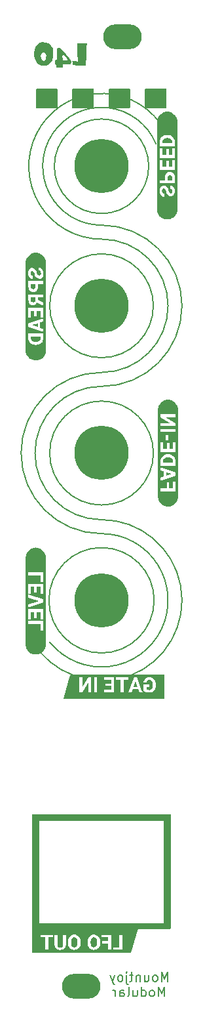
<source format=gbr>
%TF.GenerationSoftware,KiCad,Pcbnew,7.0.6*%
%TF.CreationDate,2023-07-13T17:48:17+01:00*%
%TF.ProjectId,L4O_Panel,4c344f5f-5061-46e6-956c-2e6b69636164,rev?*%
%TF.SameCoordinates,Original*%
%TF.FileFunction,Soldermask,Bot*%
%TF.FilePolarity,Negative*%
%FSLAX46Y46*%
G04 Gerber Fmt 4.6, Leading zero omitted, Abs format (unit mm)*
G04 Created by KiCad (PCBNEW 7.0.6) date 2023-07-13 17:48:17*
%MOMM*%
%LPD*%
G01*
G04 APERTURE LIST*
%ADD10C,0.150000*%
%ADD11C,0.200000*%
%ADD12O,5.000000X3.200000*%
%ADD13C,7.000000*%
G04 APERTURE END LIST*
D10*
X66100000Y-72000000D02*
G75*
G03*
X66100000Y-72000000I-6700000J0D01*
G01*
X66967525Y-48423929D02*
G75*
G03*
X59400000Y-63400000I-7567525J-5576071D01*
G01*
X66442258Y-51142272D02*
G75*
G03*
X59400000Y-61600000I-7042258J-2857728D01*
G01*
X50400000Y-115200000D02*
G75*
G03*
X55890359Y-119727505I8900000J5200000D01*
G01*
X52704073Y-115396717D02*
G75*
G03*
X59400000Y-101400000I6695927J5396717D01*
G01*
X63119532Y-119712110D02*
G75*
G03*
X59400000Y-99600000I-3719532J9712110D01*
G01*
X59400000Y-80600000D02*
G75*
G03*
X59400000Y-63400000I0J8600000D01*
G01*
X59400000Y-82400000D02*
G75*
G03*
X59400000Y-99600000I0J-8600000D01*
G01*
X59400000Y-82400000D02*
G75*
G03*
X59400000Y-61600000I0J10400000D01*
G01*
X59400000Y-80600000D02*
G75*
G03*
X59400000Y-101400000I0J-10400000D01*
G01*
X66200000Y-110000000D02*
G75*
G03*
X66200000Y-110000000I-6800000J0D01*
G01*
X66106713Y-91000000D02*
G75*
G03*
X66106713Y-91000000I-6706713J0D01*
G01*
X65503278Y-54000000D02*
G75*
G03*
X65503278Y-54000000I-6103278J0D01*
G01*
D11*
X67957142Y-159178742D02*
X67957142Y-157978742D01*
X67957142Y-157978742D02*
X67557142Y-158835885D01*
X67557142Y-158835885D02*
X67157142Y-157978742D01*
X67157142Y-157978742D02*
X67157142Y-159178742D01*
X66414285Y-159178742D02*
X66528570Y-159121600D01*
X66528570Y-159121600D02*
X66585713Y-159064457D01*
X66585713Y-159064457D02*
X66642856Y-158950171D01*
X66642856Y-158950171D02*
X66642856Y-158607314D01*
X66642856Y-158607314D02*
X66585713Y-158493028D01*
X66585713Y-158493028D02*
X66528570Y-158435885D01*
X66528570Y-158435885D02*
X66414285Y-158378742D01*
X66414285Y-158378742D02*
X66242856Y-158378742D01*
X66242856Y-158378742D02*
X66128570Y-158435885D01*
X66128570Y-158435885D02*
X66071428Y-158493028D01*
X66071428Y-158493028D02*
X66014285Y-158607314D01*
X66014285Y-158607314D02*
X66014285Y-158950171D01*
X66014285Y-158950171D02*
X66071428Y-159064457D01*
X66071428Y-159064457D02*
X66128570Y-159121600D01*
X66128570Y-159121600D02*
X66242856Y-159178742D01*
X66242856Y-159178742D02*
X66414285Y-159178742D01*
X64985714Y-158378742D02*
X64985714Y-159178742D01*
X65499999Y-158378742D02*
X65499999Y-159007314D01*
X65499999Y-159007314D02*
X65442856Y-159121600D01*
X65442856Y-159121600D02*
X65328571Y-159178742D01*
X65328571Y-159178742D02*
X65157142Y-159178742D01*
X65157142Y-159178742D02*
X65042856Y-159121600D01*
X65042856Y-159121600D02*
X64985714Y-159064457D01*
X64414285Y-158378742D02*
X64414285Y-159178742D01*
X64414285Y-158493028D02*
X64357142Y-158435885D01*
X64357142Y-158435885D02*
X64242857Y-158378742D01*
X64242857Y-158378742D02*
X64071428Y-158378742D01*
X64071428Y-158378742D02*
X63957142Y-158435885D01*
X63957142Y-158435885D02*
X63900000Y-158550171D01*
X63900000Y-158550171D02*
X63900000Y-159178742D01*
X63500000Y-158378742D02*
X63042857Y-158378742D01*
X63328571Y-157978742D02*
X63328571Y-159007314D01*
X63328571Y-159007314D02*
X63271428Y-159121600D01*
X63271428Y-159121600D02*
X63157143Y-159178742D01*
X63157143Y-159178742D02*
X63042857Y-159178742D01*
X62642857Y-158378742D02*
X62642857Y-159407314D01*
X62642857Y-159407314D02*
X62700000Y-159521600D01*
X62700000Y-159521600D02*
X62814286Y-159578742D01*
X62814286Y-159578742D02*
X62871429Y-159578742D01*
X62642857Y-157978742D02*
X62700000Y-158035885D01*
X62700000Y-158035885D02*
X62642857Y-158093028D01*
X62642857Y-158093028D02*
X62585714Y-158035885D01*
X62585714Y-158035885D02*
X62642857Y-157978742D01*
X62642857Y-157978742D02*
X62642857Y-158093028D01*
X61900000Y-159178742D02*
X62014285Y-159121600D01*
X62014285Y-159121600D02*
X62071428Y-159064457D01*
X62071428Y-159064457D02*
X62128571Y-158950171D01*
X62128571Y-158950171D02*
X62128571Y-158607314D01*
X62128571Y-158607314D02*
X62071428Y-158493028D01*
X62071428Y-158493028D02*
X62014285Y-158435885D01*
X62014285Y-158435885D02*
X61900000Y-158378742D01*
X61900000Y-158378742D02*
X61728571Y-158378742D01*
X61728571Y-158378742D02*
X61614285Y-158435885D01*
X61614285Y-158435885D02*
X61557143Y-158493028D01*
X61557143Y-158493028D02*
X61500000Y-158607314D01*
X61500000Y-158607314D02*
X61500000Y-158950171D01*
X61500000Y-158950171D02*
X61557143Y-159064457D01*
X61557143Y-159064457D02*
X61614285Y-159121600D01*
X61614285Y-159121600D02*
X61728571Y-159178742D01*
X61728571Y-159178742D02*
X61900000Y-159178742D01*
X61100000Y-158378742D02*
X60814286Y-159178742D01*
X60528571Y-158378742D02*
X60814286Y-159178742D01*
X60814286Y-159178742D02*
X60928571Y-159464457D01*
X60928571Y-159464457D02*
X60985714Y-159521600D01*
X60985714Y-159521600D02*
X61100000Y-159578742D01*
X67557141Y-161110742D02*
X67557141Y-159910742D01*
X67557141Y-159910742D02*
X67157141Y-160767885D01*
X67157141Y-160767885D02*
X66757141Y-159910742D01*
X66757141Y-159910742D02*
X66757141Y-161110742D01*
X66014284Y-161110742D02*
X66128569Y-161053600D01*
X66128569Y-161053600D02*
X66185712Y-160996457D01*
X66185712Y-160996457D02*
X66242855Y-160882171D01*
X66242855Y-160882171D02*
X66242855Y-160539314D01*
X66242855Y-160539314D02*
X66185712Y-160425028D01*
X66185712Y-160425028D02*
X66128569Y-160367885D01*
X66128569Y-160367885D02*
X66014284Y-160310742D01*
X66014284Y-160310742D02*
X65842855Y-160310742D01*
X65842855Y-160310742D02*
X65728569Y-160367885D01*
X65728569Y-160367885D02*
X65671427Y-160425028D01*
X65671427Y-160425028D02*
X65614284Y-160539314D01*
X65614284Y-160539314D02*
X65614284Y-160882171D01*
X65614284Y-160882171D02*
X65671427Y-160996457D01*
X65671427Y-160996457D02*
X65728569Y-161053600D01*
X65728569Y-161053600D02*
X65842855Y-161110742D01*
X65842855Y-161110742D02*
X66014284Y-161110742D01*
X64585713Y-161110742D02*
X64585713Y-159910742D01*
X64585713Y-161053600D02*
X64699998Y-161110742D01*
X64699998Y-161110742D02*
X64928570Y-161110742D01*
X64928570Y-161110742D02*
X65042855Y-161053600D01*
X65042855Y-161053600D02*
X65099998Y-160996457D01*
X65099998Y-160996457D02*
X65157141Y-160882171D01*
X65157141Y-160882171D02*
X65157141Y-160539314D01*
X65157141Y-160539314D02*
X65099998Y-160425028D01*
X65099998Y-160425028D02*
X65042855Y-160367885D01*
X65042855Y-160367885D02*
X64928570Y-160310742D01*
X64928570Y-160310742D02*
X64699998Y-160310742D01*
X64699998Y-160310742D02*
X64585713Y-160367885D01*
X63499999Y-160310742D02*
X63499999Y-161110742D01*
X64014284Y-160310742D02*
X64014284Y-160939314D01*
X64014284Y-160939314D02*
X63957141Y-161053600D01*
X63957141Y-161053600D02*
X63842856Y-161110742D01*
X63842856Y-161110742D02*
X63671427Y-161110742D01*
X63671427Y-161110742D02*
X63557141Y-161053600D01*
X63557141Y-161053600D02*
X63499999Y-160996457D01*
X62757142Y-161110742D02*
X62871427Y-161053600D01*
X62871427Y-161053600D02*
X62928570Y-160939314D01*
X62928570Y-160939314D02*
X62928570Y-159910742D01*
X61785714Y-161110742D02*
X61785714Y-160482171D01*
X61785714Y-160482171D02*
X61842856Y-160367885D01*
X61842856Y-160367885D02*
X61957142Y-160310742D01*
X61957142Y-160310742D02*
X62185714Y-160310742D01*
X62185714Y-160310742D02*
X62299999Y-160367885D01*
X61785714Y-161053600D02*
X61899999Y-161110742D01*
X61899999Y-161110742D02*
X62185714Y-161110742D01*
X62185714Y-161110742D02*
X62299999Y-161053600D01*
X62299999Y-161053600D02*
X62357142Y-160939314D01*
X62357142Y-160939314D02*
X62357142Y-160825028D01*
X62357142Y-160825028D02*
X62299999Y-160710742D01*
X62299999Y-160710742D02*
X62185714Y-160653600D01*
X62185714Y-160653600D02*
X61899999Y-160653600D01*
X61899999Y-160653600D02*
X61785714Y-160596457D01*
X61214285Y-161110742D02*
X61214285Y-160310742D01*
X61214285Y-160539314D02*
X61157142Y-160425028D01*
X61157142Y-160425028D02*
X61100000Y-160367885D01*
X61100000Y-160367885D02*
X60985714Y-160310742D01*
X60985714Y-160310742D02*
X60871428Y-160310742D01*
%TO.C,kibuzzard-64B02A09*%
G36*
X52196665Y-109155394D02*
G01*
X52196665Y-110303153D01*
X52196665Y-112437907D01*
X52196665Y-113904561D01*
X52196665Y-115703728D01*
X52190421Y-115830823D01*
X52171750Y-115956695D01*
X52140831Y-116080130D01*
X52097962Y-116199940D01*
X52043556Y-116314971D01*
X51978137Y-116424116D01*
X51902336Y-116526323D01*
X51816881Y-116620608D01*
X51722595Y-116706063D01*
X51620388Y-116781865D01*
X51511244Y-116847284D01*
X51396212Y-116901690D01*
X51276402Y-116944559D01*
X51152967Y-116975478D01*
X51027095Y-116994149D01*
X50900000Y-117000393D01*
X50772905Y-116994149D01*
X50647033Y-116975478D01*
X50523598Y-116944559D01*
X50403788Y-116901690D01*
X50288756Y-116847284D01*
X50179612Y-116781865D01*
X50077405Y-116706063D01*
X49983119Y-116620608D01*
X49897664Y-116526323D01*
X49821863Y-116424116D01*
X49756444Y-116314971D01*
X49702038Y-116199940D01*
X49659169Y-116080130D01*
X49628250Y-115956695D01*
X49609579Y-115830823D01*
X49603335Y-115703728D01*
X49603335Y-113904561D01*
X49603335Y-113065155D01*
X49940679Y-113065155D01*
X51541744Y-113065155D01*
X51541744Y-113904561D01*
X51859321Y-113904561D01*
X51859321Y-112669830D01*
X49940679Y-112669830D01*
X49940679Y-113065155D01*
X49603335Y-113065155D01*
X49603335Y-112435271D01*
X49940679Y-112435271D01*
X50260892Y-112435271D01*
X50260892Y-111547108D01*
X50718151Y-111547108D01*
X50718151Y-112306132D01*
X51027822Y-112306132D01*
X51027822Y-111547108D01*
X51541744Y-111547108D01*
X51541744Y-112437907D01*
X51859321Y-112437907D01*
X51859321Y-111151783D01*
X49940679Y-111151783D01*
X49940679Y-112435271D01*
X49603335Y-112435271D01*
X49603335Y-110971252D01*
X49940679Y-110971252D01*
X51859321Y-110303153D01*
X51859321Y-109890698D01*
X49940679Y-109225234D01*
X49940679Y-109664045D01*
X51383614Y-110096267D01*
X49940679Y-110531124D01*
X49940679Y-110971252D01*
X49603335Y-110971252D01*
X49603335Y-109152758D01*
X49940679Y-109152758D01*
X50260892Y-109152758D01*
X50260892Y-108264595D01*
X50718151Y-108264595D01*
X50718151Y-109023619D01*
X51027822Y-109023619D01*
X51027822Y-108264595D01*
X51541744Y-108264595D01*
X51541744Y-109155394D01*
X51859321Y-109155394D01*
X51859321Y-107869271D01*
X49940679Y-107869271D01*
X49940679Y-109152758D01*
X49603335Y-109152758D01*
X49603335Y-106803212D01*
X49940679Y-106803212D01*
X51541744Y-106803212D01*
X51541744Y-107642618D01*
X51859321Y-107642618D01*
X51859321Y-106407887D01*
X49940679Y-106407887D01*
X49940679Y-106803212D01*
X49603335Y-106803212D01*
X49603335Y-106407887D01*
X49603335Y-104496272D01*
X49609579Y-104369177D01*
X49628250Y-104243306D01*
X49659169Y-104119870D01*
X49702038Y-104000060D01*
X49756444Y-103885029D01*
X49821862Y-103775884D01*
X49897664Y-103673677D01*
X49983119Y-103579392D01*
X50077404Y-103493937D01*
X50179612Y-103418135D01*
X50288756Y-103352716D01*
X50403788Y-103298310D01*
X50523598Y-103255441D01*
X50647033Y-103224522D01*
X50772905Y-103205851D01*
X50900000Y-103199607D01*
X51027095Y-103205851D01*
X51152967Y-103224522D01*
X51276402Y-103255441D01*
X51396212Y-103298310D01*
X51511244Y-103352716D01*
X51620388Y-103418135D01*
X51722596Y-103493937D01*
X51816881Y-103579392D01*
X51902336Y-103673677D01*
X51978138Y-103775884D01*
X52043556Y-103885029D01*
X52097962Y-104000060D01*
X52140831Y-104119870D01*
X52171750Y-104243306D01*
X52190421Y-104369177D01*
X52196665Y-104496272D01*
X52196665Y-106407887D01*
X52196665Y-107642618D01*
X52196665Y-109155394D01*
G37*
%TO.C,kibuzzard-64B02A00*%
G36*
X68127095Y-84111342D02*
G01*
X68252967Y-84130013D01*
X68376402Y-84160932D01*
X68496212Y-84203801D01*
X68611244Y-84258207D01*
X68720388Y-84323625D01*
X68822595Y-84399427D01*
X68916881Y-84484882D01*
X69002336Y-84579167D01*
X69078137Y-84681374D01*
X69143556Y-84790519D01*
X69197962Y-84905551D01*
X69240831Y-85025361D01*
X69271750Y-85148796D01*
X69290421Y-85274667D01*
X69296665Y-85401763D01*
X69296665Y-85964002D01*
X69296665Y-95923549D01*
X69296665Y-96598237D01*
X69290421Y-96725332D01*
X69271750Y-96851204D01*
X69240831Y-96974639D01*
X69197962Y-97094449D01*
X69143556Y-97209481D01*
X69078138Y-97318625D01*
X69002336Y-97420833D01*
X68916881Y-97515118D01*
X68822596Y-97600573D01*
X68720388Y-97676375D01*
X68611244Y-97741793D01*
X68496212Y-97796199D01*
X68376402Y-97839068D01*
X68252967Y-97869987D01*
X68127095Y-97888658D01*
X68000000Y-97894902D01*
X67872905Y-97888658D01*
X67747033Y-97869987D01*
X67623598Y-97839068D01*
X67503788Y-97796199D01*
X67388756Y-97741793D01*
X67279612Y-97676375D01*
X67177404Y-97600573D01*
X67083119Y-97515118D01*
X66997664Y-97420833D01*
X66921862Y-97318625D01*
X66856444Y-97209481D01*
X66802038Y-97094449D01*
X66759169Y-96974639D01*
X66728250Y-96851204D01*
X66709579Y-96725332D01*
X66703335Y-96598237D01*
X66703335Y-95923549D01*
X66703335Y-95528225D01*
X67040679Y-95528225D01*
X67040679Y-95923549D01*
X68959321Y-95923549D01*
X68959321Y-94674323D01*
X68639108Y-94674323D01*
X68639108Y-95528225D01*
X68143635Y-95528225D01*
X68143635Y-94769201D01*
X67824739Y-94769201D01*
X67824739Y-95528225D01*
X67040679Y-95528225D01*
X66703335Y-95528225D01*
X66703335Y-94186756D01*
X67040679Y-94186756D01*
X67040679Y-94607118D01*
X68959321Y-93892898D01*
X68959321Y-93526564D01*
X67040679Y-92808391D01*
X67040679Y-93228753D01*
X67436003Y-93361845D01*
X67436003Y-94054981D01*
X67040679Y-94186756D01*
X66703335Y-94186756D01*
X66703335Y-92629177D01*
X67040679Y-92629177D01*
X68959321Y-92629177D01*
X68959321Y-92038825D01*
X68946656Y-91876083D01*
X68908661Y-91725201D01*
X68845336Y-91586179D01*
X68758657Y-91462823D01*
X68650602Y-91358940D01*
X68521170Y-91274531D01*
X68374680Y-91212304D01*
X68215452Y-91174968D01*
X68043486Y-91162522D01*
X67955197Y-91162522D01*
X67783450Y-91174748D01*
X67624881Y-91211425D01*
X67479489Y-91272554D01*
X67351082Y-91355939D01*
X67243466Y-91459382D01*
X67156641Y-91582884D01*
X67092803Y-91722126D01*
X67054149Y-91872789D01*
X67040679Y-92034872D01*
X67040679Y-92629177D01*
X66703335Y-92629177D01*
X66703335Y-89589130D01*
X67040679Y-89589130D01*
X67040679Y-90875253D01*
X68959321Y-90875253D01*
X68959321Y-89591765D01*
X68639108Y-89591765D01*
X68639108Y-90479928D01*
X68181849Y-90479928D01*
X68181849Y-89720905D01*
X67872178Y-89720905D01*
X67872178Y-90479928D01*
X67358256Y-90479928D01*
X67358256Y-89589130D01*
X67040679Y-89589130D01*
X66703335Y-89589130D01*
X66703335Y-88641668D01*
X67708777Y-88641668D01*
X67708777Y-89383561D01*
X68015813Y-89383561D01*
X68015813Y-88641668D01*
X67708777Y-88641668D01*
X66703335Y-88641668D01*
X66703335Y-87890551D01*
X67040679Y-87890551D01*
X67040679Y-88285876D01*
X68959321Y-88285876D01*
X68959321Y-87890551D01*
X67040679Y-87890551D01*
X66703335Y-87890551D01*
X66703335Y-85964002D01*
X67040679Y-85964002D01*
X67040679Y-86359327D01*
X68303082Y-87128892D01*
X67040679Y-87128892D01*
X67040679Y-87524217D01*
X68959321Y-87524217D01*
X68959321Y-87128892D01*
X67694282Y-86358009D01*
X68959321Y-86358009D01*
X68959321Y-85964002D01*
X67040679Y-85964002D01*
X66703335Y-85964002D01*
X66703335Y-85401763D01*
X66709579Y-85274667D01*
X66728250Y-85148796D01*
X66759169Y-85025361D01*
X66802038Y-84905551D01*
X66856444Y-84790519D01*
X66921863Y-84681374D01*
X66997664Y-84579167D01*
X67083119Y-84484882D01*
X67177405Y-84399427D01*
X67279612Y-84323625D01*
X67388756Y-84258207D01*
X67503788Y-84203801D01*
X67623598Y-84160932D01*
X67747033Y-84130013D01*
X67872905Y-84111342D01*
X68000000Y-84105098D01*
X68127095Y-84111342D01*
G37*
G36*
X68224091Y-91576588D02*
G01*
X68371898Y-91616999D01*
X68488226Y-91684351D01*
X68601388Y-91833586D01*
X68639108Y-92038825D01*
X68639108Y-92233852D01*
X67358256Y-92233852D01*
X67358256Y-92042779D01*
X67396142Y-91838198D01*
X67509797Y-91688304D01*
X67625320Y-91619928D01*
X67769833Y-91578199D01*
X67943337Y-91563118D01*
X68044803Y-91563118D01*
X68224091Y-91576588D01*
G37*
G36*
X68474390Y-93709731D02*
G01*
X67756216Y-93948244D01*
X67756216Y-93468583D01*
X68474390Y-93709731D01*
G37*
%TO.C,kibuzzard-64B029EB*%
G36*
X68029679Y-46961394D02*
G01*
X68158108Y-46980445D01*
X68284052Y-47011992D01*
X68406298Y-47055732D01*
X68523667Y-47111244D01*
X68635030Y-47177993D01*
X68739315Y-47255335D01*
X68835516Y-47342527D01*
X68922708Y-47438728D01*
X69000051Y-47543013D01*
X69066799Y-47654376D01*
X69122311Y-47771746D01*
X69166051Y-47893991D01*
X69197599Y-48019935D01*
X69216649Y-48148365D01*
X69223020Y-48278043D01*
X69223020Y-49964762D01*
X69223020Y-57947686D01*
X69223020Y-59521956D01*
X69216649Y-59651635D01*
X69197599Y-59780065D01*
X69166051Y-59906009D01*
X69122311Y-60028254D01*
X69066799Y-60145624D01*
X69000051Y-60256987D01*
X68922708Y-60361271D01*
X68835516Y-60457473D01*
X68739315Y-60544665D01*
X68635031Y-60622007D01*
X68523667Y-60688756D01*
X68406298Y-60744268D01*
X68284052Y-60788008D01*
X68158108Y-60819555D01*
X68029679Y-60838606D01*
X67900000Y-60844976D01*
X67770321Y-60838606D01*
X67641892Y-60819555D01*
X67515948Y-60788008D01*
X67393702Y-60744268D01*
X67276333Y-60688756D01*
X67164969Y-60622007D01*
X67060685Y-60544665D01*
X66964484Y-60457473D01*
X66877292Y-60361271D01*
X66799949Y-60256987D01*
X66733201Y-60145624D01*
X66677689Y-60028254D01*
X66633949Y-59906009D01*
X66602401Y-59780065D01*
X66583351Y-59651635D01*
X66576980Y-59521956D01*
X66576980Y-57947686D01*
X66576980Y-57171531D01*
X66914324Y-57171531D01*
X66934584Y-57383030D01*
X66995365Y-57574763D01*
X67091396Y-57735034D01*
X67217406Y-57852149D01*
X67369606Y-57923801D01*
X67544208Y-57947686D01*
X67544208Y-57551043D01*
X67405268Y-57527324D01*
X67306025Y-57456165D01*
X67246479Y-57337568D01*
X67226630Y-57171531D01*
X67240961Y-57046016D01*
X67283952Y-56951467D01*
X67444059Y-56872402D01*
X67616025Y-56951467D01*
X67677630Y-57062158D01*
X67742529Y-57236101D01*
X67808581Y-57420257D01*
X67873645Y-57561585D01*
X68004981Y-57743142D01*
X68163550Y-57852076D01*
X68349352Y-57888387D01*
X68496446Y-57866479D01*
X68626739Y-57800757D01*
X68735288Y-57694019D01*
X68817153Y-57549067D01*
X68868546Y-57374959D01*
X68885676Y-57180756D01*
X68867063Y-56986388D01*
X68811223Y-56814421D01*
X68721452Y-56671610D01*
X68601042Y-56564708D01*
X68456090Y-56497997D01*
X68292689Y-56475760D01*
X68292689Y-56871085D01*
X68409804Y-56891839D01*
X68497599Y-56954103D01*
X68552450Y-57053922D01*
X68570734Y-57187344D01*
X68555415Y-57316154D01*
X68509459Y-57412680D01*
X68348035Y-57493062D01*
X68191223Y-57398843D01*
X68129947Y-57282387D01*
X68072625Y-57121457D01*
X67999563Y-56916913D01*
X67915667Y-56753073D01*
X67820935Y-56629937D01*
X67652263Y-56514304D01*
X67446694Y-56475760D01*
X67292591Y-56496698D01*
X67162353Y-56559510D01*
X67055982Y-56664198D01*
X66977283Y-56804319D01*
X66930064Y-56973430D01*
X66914324Y-57171531D01*
X66576980Y-57171531D01*
X66576980Y-55812932D01*
X66940679Y-55812932D01*
X66940679Y-56208257D01*
X68859321Y-56208257D01*
X68859321Y-55459775D01*
X68839555Y-55256677D01*
X68780256Y-55079605D01*
X68684555Y-54934488D01*
X68555580Y-54827256D01*
X68399921Y-54761039D01*
X68224166Y-54738967D01*
X68049418Y-54760417D01*
X67901171Y-54824767D01*
X67779426Y-54932017D01*
X67689014Y-55077189D01*
X67634766Y-55255305D01*
X67616684Y-55466364D01*
X67616684Y-55812932D01*
X66940679Y-55812932D01*
X66576980Y-55812932D01*
X66576980Y-53181387D01*
X66940679Y-53181387D01*
X66940679Y-54467510D01*
X68859321Y-54467510D01*
X68859321Y-53184023D01*
X68539108Y-53184023D01*
X68539108Y-54072186D01*
X68081849Y-54072186D01*
X68081849Y-53313162D01*
X67772178Y-53313162D01*
X67772178Y-54072186D01*
X67258256Y-54072186D01*
X67258256Y-53181387D01*
X66940679Y-53181387D01*
X66576980Y-53181387D01*
X66576980Y-51663341D01*
X66940679Y-51663341D01*
X66940679Y-52949464D01*
X68859321Y-52949464D01*
X68859321Y-51665976D01*
X68539108Y-51665976D01*
X68539108Y-52554139D01*
X68081849Y-52554139D01*
X68081849Y-51795115D01*
X67772178Y-51795115D01*
X67772178Y-52554139D01*
X67258256Y-52554139D01*
X67258256Y-51663341D01*
X66940679Y-51663341D01*
X66576980Y-51663341D01*
X66576980Y-51431417D01*
X66940679Y-51431417D01*
X68859321Y-51431417D01*
X68859321Y-50841065D01*
X68846656Y-50678323D01*
X68808661Y-50527441D01*
X68745336Y-50388418D01*
X68658657Y-50265062D01*
X68550602Y-50161180D01*
X68421170Y-50076771D01*
X68274680Y-50014544D01*
X68115452Y-49977207D01*
X67943486Y-49964762D01*
X67855197Y-49964762D01*
X67683450Y-49976988D01*
X67524881Y-50013665D01*
X67379489Y-50074794D01*
X67251082Y-50158178D01*
X67143466Y-50261622D01*
X67056641Y-50385124D01*
X66992803Y-50524366D01*
X66954149Y-50675029D01*
X66940679Y-50837112D01*
X66940679Y-51431417D01*
X66576980Y-51431417D01*
X66576980Y-49964762D01*
X66576980Y-48278043D01*
X66583351Y-48148365D01*
X66602401Y-48019935D01*
X66633949Y-47893991D01*
X66677689Y-47771746D01*
X66733201Y-47654376D01*
X66799949Y-47543013D01*
X66877292Y-47438728D01*
X66964484Y-47342527D01*
X67060685Y-47255335D01*
X67164970Y-47177993D01*
X67276333Y-47111244D01*
X67393702Y-47055732D01*
X67515948Y-47011992D01*
X67641892Y-46980445D01*
X67770321Y-46961394D01*
X67900000Y-46955024D01*
X68029679Y-46961394D01*
G37*
G36*
X68124091Y-50378828D02*
G01*
X68271898Y-50419239D01*
X68388226Y-50486591D01*
X68501388Y-50635826D01*
X68539108Y-50841065D01*
X68539108Y-51036092D01*
X67258256Y-51036092D01*
X67258256Y-50845018D01*
X67296142Y-50640438D01*
X67409797Y-50490544D01*
X67525320Y-50422167D01*
X67669833Y-50380439D01*
X67843337Y-50365358D01*
X67944803Y-50365358D01*
X68124091Y-50378828D01*
G37*
G36*
X68349023Y-55158999D02*
G01*
X68449501Y-55221263D01*
X68515389Y-55320094D01*
X68539108Y-55450551D01*
X68539108Y-55812932D01*
X67936897Y-55812932D01*
X67936897Y-55459775D01*
X67955345Y-55321577D01*
X68010691Y-55220604D01*
X68100298Y-55158835D01*
X68221531Y-55138245D01*
X68349023Y-55158999D01*
G37*
%TO.C,kibuzzard-64B029DF*%
G36*
X52223020Y-69177013D02*
G01*
X52223020Y-70917760D01*
X52223020Y-73530856D01*
X52223020Y-74021059D01*
X52223020Y-75578638D01*
X52223020Y-77045293D01*
X52223020Y-77719980D01*
X52216649Y-77849659D01*
X52197599Y-77978088D01*
X52166051Y-78104032D01*
X52122311Y-78226278D01*
X52066799Y-78343647D01*
X52000051Y-78455011D01*
X51922708Y-78559295D01*
X51835516Y-78655496D01*
X51739315Y-78742688D01*
X51635030Y-78820031D01*
X51523667Y-78886779D01*
X51406298Y-78942291D01*
X51284052Y-78986031D01*
X51158108Y-79017578D01*
X51029679Y-79036629D01*
X50900000Y-79043000D01*
X50770321Y-79036629D01*
X50641892Y-79017578D01*
X50515948Y-78986031D01*
X50393702Y-78942291D01*
X50276333Y-78886779D01*
X50164970Y-78820031D01*
X50060685Y-78742688D01*
X49964484Y-78655496D01*
X49877292Y-78559295D01*
X49799949Y-78455011D01*
X49733201Y-78343647D01*
X49677689Y-78226278D01*
X49633949Y-78104032D01*
X49602401Y-77978088D01*
X49583351Y-77849659D01*
X49576980Y-77719980D01*
X49576980Y-77045293D01*
X49576980Y-76168989D01*
X49940679Y-76168989D01*
X49953344Y-76331732D01*
X49991339Y-76482614D01*
X50054664Y-76621636D01*
X50141343Y-76744992D01*
X50249398Y-76848875D01*
X50378830Y-76933284D01*
X50525320Y-76995511D01*
X50684548Y-77032847D01*
X50856514Y-77045293D01*
X50944803Y-77045293D01*
X51116550Y-77033067D01*
X51275119Y-76996389D01*
X51420511Y-76935261D01*
X51548918Y-76851876D01*
X51656534Y-76748433D01*
X51743359Y-76624931D01*
X51807197Y-76485689D01*
X51845851Y-76335026D01*
X51859321Y-76172943D01*
X51859321Y-75578638D01*
X49940679Y-75578638D01*
X49940679Y-76168989D01*
X49576980Y-76168989D01*
X49576980Y-74681251D01*
X49940679Y-74681251D01*
X51859321Y-75399424D01*
X51859321Y-74979062D01*
X51463997Y-74845969D01*
X51463997Y-74152833D01*
X51859321Y-74021059D01*
X51859321Y-73600697D01*
X49940679Y-74314917D01*
X49940679Y-74681251D01*
X49576980Y-74681251D01*
X49576980Y-73528220D01*
X49940679Y-73528220D01*
X50260892Y-73528220D01*
X50260892Y-72640058D01*
X50718151Y-72640058D01*
X50718151Y-73399081D01*
X51027822Y-73399081D01*
X51027822Y-72640058D01*
X51541744Y-72640058D01*
X51541744Y-73530856D01*
X51859321Y-73530856D01*
X51859321Y-72244733D01*
X49940679Y-72244733D01*
X49940679Y-73528220D01*
X49576980Y-73528220D01*
X49576980Y-71235337D01*
X49940679Y-71235337D01*
X49957517Y-71444713D01*
X50008030Y-71619534D01*
X50092220Y-71759801D01*
X50207157Y-71862293D01*
X50349913Y-71923788D01*
X50520488Y-71944286D01*
X50700526Y-71923037D01*
X50847949Y-71859291D01*
X50965723Y-71752389D01*
X51056812Y-71601671D01*
X51840873Y-72016762D01*
X51859321Y-72016762D01*
X51859321Y-71592447D01*
X51156961Y-71232702D01*
X51156961Y-70917760D01*
X51859321Y-70917760D01*
X51859321Y-70522435D01*
X49940679Y-70522435D01*
X49940679Y-71235337D01*
X49576980Y-71235337D01*
X49576980Y-69530170D01*
X49940679Y-69530170D01*
X49960445Y-69733268D01*
X50019744Y-69910341D01*
X50115445Y-70055458D01*
X50244420Y-70162689D01*
X50400079Y-70228906D01*
X50575834Y-70250979D01*
X50750582Y-70229529D01*
X50898829Y-70165179D01*
X51020574Y-70057928D01*
X51110986Y-69912756D01*
X51165234Y-69734641D01*
X51183316Y-69523581D01*
X51183316Y-69177013D01*
X51859321Y-69177013D01*
X51859321Y-68781688D01*
X49940679Y-68781688D01*
X49940679Y-69530170D01*
X49576980Y-69530170D01*
X49576980Y-67809190D01*
X49914324Y-67809190D01*
X49932937Y-68003558D01*
X49988777Y-68175524D01*
X50078548Y-68318335D01*
X50198958Y-68425237D01*
X50343910Y-68491948D01*
X50507311Y-68514185D01*
X50507311Y-68118861D01*
X50390196Y-68098106D01*
X50302401Y-68035843D01*
X50247550Y-67936023D01*
X50229266Y-67802601D01*
X50244585Y-67673791D01*
X50290541Y-67577266D01*
X50451965Y-67496883D01*
X50608777Y-67591102D01*
X50670053Y-67707558D01*
X50727375Y-67868488D01*
X50800437Y-68073032D01*
X50884333Y-68236872D01*
X50979065Y-68360009D01*
X51147737Y-68475641D01*
X51353306Y-68514185D01*
X51507409Y-68493248D01*
X51637647Y-68430435D01*
X51744018Y-68325747D01*
X51822717Y-68185627D01*
X51869936Y-68016516D01*
X51885676Y-67818414D01*
X51865416Y-67606915D01*
X51804635Y-67415183D01*
X51708604Y-67254912D01*
X51582594Y-67137797D01*
X51430394Y-67066144D01*
X51255792Y-67042260D01*
X51255792Y-67438902D01*
X51394732Y-67462622D01*
X51493975Y-67533780D01*
X51553521Y-67652378D01*
X51573370Y-67818414D01*
X51559039Y-67943930D01*
X51516048Y-68038478D01*
X51355941Y-68117543D01*
X51183975Y-68038478D01*
X51122370Y-67927787D01*
X51057471Y-67753844D01*
X50991419Y-67569689D01*
X50926355Y-67428360D01*
X50795019Y-67246804D01*
X50636450Y-67137870D01*
X50450648Y-67101558D01*
X50303554Y-67123466D01*
X50173261Y-67189189D01*
X50064712Y-67295926D01*
X49982847Y-67440879D01*
X49931454Y-67614986D01*
X49914324Y-67809190D01*
X49576980Y-67809190D01*
X49576980Y-67042260D01*
X49576980Y-66480020D01*
X49583351Y-66350342D01*
X49602401Y-66221912D01*
X49633949Y-66095968D01*
X49677689Y-65973722D01*
X49733201Y-65856353D01*
X49799949Y-65744990D01*
X49877292Y-65640705D01*
X49964484Y-65544504D01*
X50060685Y-65457312D01*
X50164969Y-65379969D01*
X50276333Y-65313221D01*
X50393702Y-65257709D01*
X50515948Y-65213969D01*
X50641892Y-65182422D01*
X50770321Y-65163371D01*
X50900000Y-65157000D01*
X51029679Y-65163371D01*
X51158108Y-65182422D01*
X51284052Y-65213969D01*
X51406298Y-65257709D01*
X51523667Y-65313221D01*
X51635031Y-65379969D01*
X51739315Y-65457312D01*
X51835516Y-65544504D01*
X51922708Y-65640705D01*
X52000051Y-65744990D01*
X52066799Y-65856353D01*
X52122311Y-65973722D01*
X52166051Y-66095968D01*
X52197599Y-66221912D01*
X52216649Y-66350342D01*
X52223020Y-66480020D01*
X52223020Y-67042260D01*
X52223020Y-67818414D01*
X52223020Y-69177013D01*
G37*
G36*
X51541744Y-76165036D02*
G01*
X51503858Y-76369617D01*
X51390203Y-76519511D01*
X51274680Y-76587887D01*
X51130167Y-76629616D01*
X50956663Y-76644697D01*
X50855197Y-76644697D01*
X50675909Y-76631227D01*
X50528102Y-76590816D01*
X50411774Y-76523464D01*
X50298612Y-76374229D01*
X50260892Y-76168989D01*
X50260892Y-75973963D01*
X51541744Y-75973963D01*
X51541744Y-76165036D01*
G37*
G36*
X50863103Y-69530170D02*
G01*
X50844655Y-69668369D01*
X50789309Y-69769341D01*
X50699702Y-69831111D01*
X50578469Y-69851701D01*
X50450977Y-69830946D01*
X50350499Y-69768682D01*
X50284611Y-69669851D01*
X50260892Y-69539394D01*
X50260892Y-69177013D01*
X50863103Y-69177013D01*
X50863103Y-69530170D01*
G37*
G36*
X51143784Y-74739232D02*
G01*
X50425610Y-74498084D01*
X51143784Y-74259571D01*
X51143784Y-74739232D01*
G37*
G36*
X50836748Y-71236655D02*
G01*
X50817805Y-71368759D01*
X50760977Y-71467261D01*
X50670876Y-71528536D01*
X50552114Y-71548961D01*
X50430881Y-71529689D01*
X50338639Y-71471873D01*
X50280329Y-71374195D01*
X50260892Y-71235337D01*
X50260892Y-70917760D01*
X50836748Y-70917760D01*
X50836748Y-71236655D01*
G37*
%TO.C,G\u002A\u002A\u002A*%
G36*
X55455347Y-40375599D02*
G01*
X55481347Y-40492094D01*
X55479729Y-40608563D01*
X55459446Y-40819647D01*
X54947607Y-40851637D01*
X54435768Y-40883627D01*
X54415720Y-41091561D01*
X54395671Y-41299496D01*
X53983856Y-41299496D01*
X53572040Y-41299496D01*
X53572040Y-41105548D01*
X53548016Y-40963039D01*
X53476071Y-40874774D01*
X53472606Y-40873357D01*
X53403005Y-40776524D01*
X53380101Y-40564345D01*
X53386792Y-40417434D01*
X53424211Y-40305929D01*
X53508061Y-40257280D01*
X53535358Y-40248704D01*
X53581491Y-40215643D01*
X53610913Y-40144784D01*
X53627335Y-40013591D01*
X53632551Y-39857026D01*
X54343730Y-39857026D01*
X54368766Y-40122258D01*
X54383711Y-40195395D01*
X54425861Y-40293900D01*
X54514696Y-40332894D01*
X54690811Y-40339798D01*
X54767198Y-40337777D01*
X54926821Y-40318142D01*
X55006298Y-40284376D01*
X54997243Y-40228771D01*
X54926483Y-40097960D01*
X54807514Y-39929841D01*
X54802877Y-39923911D01*
X54620466Y-39730883D01*
X54477715Y-39657772D01*
X54382758Y-39701008D01*
X54343730Y-39857026D01*
X53632551Y-39857026D01*
X53634467Y-39799526D01*
X53636020Y-39480052D01*
X53636037Y-39443373D01*
X53640205Y-39105109D01*
X53657791Y-38877649D01*
X53697571Y-38745315D01*
X53768322Y-38692431D01*
X53878821Y-38703318D01*
X54037845Y-38762301D01*
X54081431Y-38784284D01*
X54261584Y-38919624D01*
X54494119Y-39144383D01*
X54765087Y-39445459D01*
X54855412Y-39551682D01*
X55101762Y-39847119D01*
X55276543Y-40070995D01*
X55390742Y-40241194D01*
X55411498Y-40284376D01*
X55455347Y-40375599D01*
G37*
G36*
X53148594Y-39747171D02*
G01*
X53127405Y-39976355D01*
X53083952Y-40150277D01*
X53011577Y-40307808D01*
X52911356Y-40483322D01*
X52788317Y-40661110D01*
X52657269Y-40789206D01*
X52483252Y-40907279D01*
X52259445Y-41003190D01*
X51921382Y-41043337D01*
X51570968Y-41003351D01*
X51272891Y-40869043D01*
X51029583Y-40629980D01*
X50826283Y-40275818D01*
X50757996Y-40072563D01*
X50711012Y-39779856D01*
X51563967Y-39779856D01*
X51588017Y-40024854D01*
X51675446Y-40238784D01*
X51786444Y-40353833D01*
X51908564Y-40403778D01*
X51941462Y-40401002D01*
X52077770Y-40322064D01*
X52179105Y-40159937D01*
X52238934Y-39949151D01*
X52250727Y-39724234D01*
X52207953Y-39519717D01*
X52104079Y-39370130D01*
X51989643Y-39288683D01*
X51908564Y-39252141D01*
X51833657Y-39284959D01*
X51713049Y-39370130D01*
X51697919Y-39383476D01*
X51601275Y-39550495D01*
X51563967Y-39779856D01*
X50711012Y-39779856D01*
X50702354Y-39725914D01*
X50692734Y-39349511D01*
X50729547Y-38992909D01*
X50813208Y-38705665D01*
X50881297Y-38576076D01*
X51124456Y-38285867D01*
X51437021Y-38090529D01*
X51796724Y-38001083D01*
X52181299Y-38028549D01*
X52284139Y-38054348D01*
X52575274Y-38167995D01*
X52794195Y-38341624D01*
X52982849Y-38605424D01*
X53023993Y-38677546D01*
X53093779Y-38826964D01*
X53133424Y-38982906D01*
X53150877Y-39185799D01*
X53154091Y-39476070D01*
X53149059Y-39724234D01*
X53148594Y-39747171D01*
G37*
G36*
X57096796Y-38101431D02*
G01*
X57325070Y-38108158D01*
X57457759Y-38124015D01*
X57514789Y-38152059D01*
X57516086Y-38195347D01*
X57512701Y-38208952D01*
X57498989Y-38331897D01*
X57483250Y-38556433D01*
X57466631Y-38862092D01*
X57450281Y-39228402D01*
X57435348Y-39634894D01*
X57391005Y-40979597D01*
X56537190Y-40979597D01*
X56213398Y-40977623D01*
X55955525Y-40969640D01*
X55792781Y-40953836D01*
X55707839Y-40928426D01*
X55683375Y-40891624D01*
X55673099Y-40780192D01*
X55645436Y-40613953D01*
X55607496Y-40424254D01*
X55972608Y-40454532D01*
X56337720Y-40484809D01*
X56290668Y-39292657D01*
X56243616Y-38100504D01*
X56898048Y-38100504D01*
X57096796Y-38101431D01*
G37*
%TO.C,kibuzzard-64AFF827*%
G36*
X63239666Y-155447916D02*
G01*
X62115187Y-155447916D01*
X60880456Y-155447916D01*
X60258478Y-155447916D01*
X58413630Y-155447916D01*
X55878281Y-155447916D01*
X54059787Y-155447916D01*
X52143780Y-155447916D01*
X51556064Y-155447916D01*
X50431585Y-155447916D01*
X50431585Y-153165575D01*
X51556064Y-153165575D01*
X51556064Y-153485788D01*
X52143780Y-153485788D01*
X52143780Y-155084217D01*
X52539105Y-155084217D01*
X52539105Y-153485788D01*
X53118914Y-153485788D01*
X53118914Y-153165575D01*
X53324483Y-153165575D01*
X53324483Y-154429296D01*
X53346372Y-154624616D01*
X53412040Y-154790652D01*
X53521486Y-154927405D01*
X53668855Y-155029164D01*
X53848288Y-155090220D01*
X54059787Y-155110572D01*
X54268431Y-155090806D01*
X54446327Y-155031507D01*
X54593475Y-154932676D01*
X54703727Y-154799291D01*
X54770932Y-154636329D01*
X54795091Y-154443791D01*
X54795091Y-154168382D01*
X55063912Y-154168382D01*
X55075039Y-154349499D01*
X55108422Y-154515096D01*
X55164061Y-154665173D01*
X55240417Y-154796655D01*
X55335954Y-154906467D01*
X55450671Y-154994610D01*
X55581055Y-155059033D01*
X55723591Y-155097687D01*
X55878281Y-155110572D01*
X56031579Y-155097834D01*
X56173456Y-155059619D01*
X56303914Y-154995928D01*
X56419290Y-154908590D01*
X56515925Y-154799437D01*
X56593818Y-154668467D01*
X56651067Y-154519488D01*
X56685768Y-154356307D01*
X56697920Y-154178924D01*
X56697920Y-154168382D01*
X57599261Y-154168382D01*
X57610388Y-154349499D01*
X57643771Y-154515096D01*
X57699410Y-154665173D01*
X57775766Y-154796655D01*
X57871303Y-154906467D01*
X57986020Y-154994610D01*
X58116404Y-155059033D01*
X58258941Y-155097687D01*
X58413630Y-155110572D01*
X58566928Y-155097834D01*
X58708805Y-155059619D01*
X58839263Y-154995928D01*
X58954639Y-154908590D01*
X59051274Y-154799437D01*
X59129167Y-154668467D01*
X59186416Y-154519488D01*
X59221117Y-154356307D01*
X59233270Y-154178924D01*
X59233270Y-154084046D01*
X59221922Y-153902709D01*
X59187880Y-153736453D01*
X59131144Y-153585278D01*
X59053690Y-153452771D01*
X58957494Y-153342519D01*
X58842557Y-153254523D01*
X58712319Y-153190465D01*
X58620296Y-153165575D01*
X59404577Y-153165575D01*
X59404577Y-153485788D01*
X60258478Y-153485788D01*
X60258478Y-153981261D01*
X59499455Y-153981261D01*
X59499455Y-154300156D01*
X60258478Y-154300156D01*
X60258478Y-155084217D01*
X60653803Y-155084217D01*
X60880456Y-155084217D01*
X62115187Y-155084217D01*
X62115187Y-153165575D01*
X61719862Y-153165575D01*
X61719862Y-154766640D01*
X60880456Y-154766640D01*
X60880456Y-155084217D01*
X60653803Y-155084217D01*
X60653803Y-153165575D01*
X59404577Y-153165575D01*
X58620296Y-153165575D01*
X58570222Y-153152031D01*
X58416265Y-153139220D01*
X58262308Y-153152031D01*
X58120211Y-153190465D01*
X57989973Y-153254523D01*
X57875036Y-153342519D01*
X57778841Y-153452771D01*
X57701386Y-153585278D01*
X57644650Y-153736306D01*
X57610608Y-153902123D01*
X57599261Y-154082728D01*
X57599261Y-154168382D01*
X56697920Y-154168382D01*
X56697920Y-154084046D01*
X56686573Y-153902709D01*
X56652531Y-153736453D01*
X56595795Y-153585278D01*
X56518341Y-153452771D01*
X56422145Y-153342519D01*
X56307208Y-153254523D01*
X56176970Y-153190465D01*
X56034873Y-153152031D01*
X55880916Y-153139220D01*
X55726959Y-153152031D01*
X55584862Y-153190465D01*
X55454624Y-153254523D01*
X55339687Y-153342519D01*
X55243492Y-153452771D01*
X55166037Y-153585278D01*
X55109301Y-153736306D01*
X55075259Y-153902123D01*
X55063912Y-154082728D01*
X55063912Y-154168382D01*
X54795091Y-154168382D01*
X54795091Y-153165575D01*
X54399766Y-153165575D01*
X54399766Y-154431931D01*
X54377200Y-154594838D01*
X54309500Y-154706682D01*
X54201939Y-154771416D01*
X54059787Y-154792995D01*
X53913599Y-154771087D01*
X53808426Y-154705364D01*
X53744268Y-154595826D01*
X53721125Y-154442473D01*
X53721125Y-153165575D01*
X53324483Y-153165575D01*
X53118914Y-153165575D01*
X51556064Y-153165575D01*
X50431585Y-153165575D01*
X50431585Y-152352084D01*
X51556064Y-152352084D01*
X62115187Y-152352084D01*
X63239666Y-152352084D01*
X64168415Y-152352084D01*
X63239666Y-155447916D01*
G37*
G36*
X58592514Y-153504730D02*
G01*
X58723301Y-153620857D01*
X58783478Y-153740113D01*
X58819936Y-153891435D01*
X58832674Y-154074821D01*
X58832674Y-154168382D01*
X58820668Y-154349645D01*
X58784649Y-154501626D01*
X58724618Y-154624323D01*
X58592844Y-154745885D01*
X58413630Y-154786406D01*
X58237710Y-154747368D01*
X58107912Y-154630253D01*
X58048467Y-154510264D01*
X58012448Y-154358503D01*
X57999857Y-154174970D01*
X57999857Y-154081410D01*
X58011863Y-153896340D01*
X58047881Y-153743481D01*
X58107912Y-153622833D01*
X58239028Y-153505224D01*
X58416265Y-153466021D01*
X58592514Y-153504730D01*
G37*
G36*
X56057165Y-153504730D02*
G01*
X56187952Y-153620857D01*
X56248129Y-153740113D01*
X56284587Y-153891435D01*
X56297325Y-154074821D01*
X56297325Y-154168382D01*
X56285319Y-154349645D01*
X56249300Y-154501626D01*
X56189269Y-154624323D01*
X56057494Y-154745885D01*
X55878281Y-154786406D01*
X55702361Y-154747368D01*
X55572563Y-154630253D01*
X55513118Y-154510264D01*
X55477099Y-154358503D01*
X55464507Y-154174970D01*
X55464507Y-154081410D01*
X55476514Y-153896340D01*
X55512532Y-153743481D01*
X55572563Y-153622833D01*
X55703679Y-153505224D01*
X55880916Y-153466021D01*
X56057165Y-153504730D01*
G37*
%TO.C,kibuzzard-6424498C*%
G36*
X64035962Y-121168888D02*
G01*
X63556301Y-121168888D01*
X63797449Y-120450715D01*
X64035962Y-121168888D01*
G37*
G36*
X67542931Y-122697916D02*
G01*
X66418452Y-122697916D01*
X65586953Y-122697916D01*
X64274475Y-122697916D01*
X61860358Y-122697916D01*
X59761184Y-122697916D01*
X58436846Y-122697916D01*
X56510297Y-122697916D01*
X55385818Y-122697916D01*
X54457069Y-122697916D01*
X55276708Y-119965783D01*
X56510297Y-119965783D01*
X56510297Y-121884425D01*
X56905622Y-121884425D01*
X57675187Y-120622022D01*
X57675187Y-121884425D01*
X58070512Y-121884425D01*
X58070512Y-119965783D01*
X58436846Y-119965783D01*
X58436846Y-121884425D01*
X58832171Y-121884425D01*
X59761184Y-121884425D01*
X61047307Y-121884425D01*
X61047307Y-119965783D01*
X61272642Y-119965783D01*
X61272642Y-120285996D01*
X61860358Y-120285996D01*
X61860358Y-121884425D01*
X62255683Y-121884425D01*
X62896109Y-121884425D01*
X63316471Y-121884425D01*
X63449564Y-121489101D01*
X64142700Y-121489101D01*
X64274475Y-121884425D01*
X64694836Y-121884425D01*
X64604578Y-121641960D01*
X64852966Y-121641960D01*
X64981776Y-121755451D01*
X65154731Y-121840281D01*
X65360300Y-121893156D01*
X65586953Y-121910780D01*
X65746181Y-121898701D01*
X65891792Y-121862463D01*
X66023786Y-121802066D01*
X66190152Y-121668809D01*
X66313691Y-121486465D01*
X66370720Y-121340488D01*
X66405641Y-121178405D01*
X66418452Y-121000216D01*
X66418452Y-120869759D01*
X66407691Y-120686811D01*
X66375406Y-120520994D01*
X66321598Y-120372308D01*
X66203330Y-120186835D01*
X66042235Y-120050778D01*
X65913608Y-119988917D01*
X65771071Y-119951800D01*
X65614625Y-119939428D01*
X65403639Y-119957510D01*
X65225743Y-120011758D01*
X65080937Y-120102170D01*
X64970100Y-120227136D01*
X64894109Y-120385047D01*
X64852966Y-120575901D01*
X65237749Y-120575901D01*
X65280082Y-120433254D01*
X65354370Y-120334753D01*
X65461602Y-120277431D01*
X65602766Y-120258323D01*
X65780332Y-120296208D01*
X65909801Y-120409864D01*
X65968514Y-120527290D01*
X66004093Y-120677514D01*
X66016539Y-120860534D01*
X66016539Y-120983085D01*
X66003801Y-121167863D01*
X65965586Y-121319843D01*
X65901895Y-121439026D01*
X65760566Y-121554659D01*
X65565869Y-121593203D01*
X65375124Y-121569483D01*
X65248291Y-121498325D01*
X65248291Y-121167570D01*
X65608037Y-121167570D01*
X65608037Y-120876347D01*
X64852966Y-120876347D01*
X64852966Y-121641960D01*
X64604578Y-121641960D01*
X63980617Y-119965783D01*
X63614282Y-119965783D01*
X62896109Y-121884425D01*
X62255683Y-121884425D01*
X62255683Y-120285996D01*
X62835493Y-120285996D01*
X62835493Y-119965783D01*
X61272642Y-119965783D01*
X61047307Y-119965783D01*
X59763820Y-119965783D01*
X59763820Y-120285996D01*
X60651982Y-120285996D01*
X60651982Y-120743255D01*
X59892959Y-120743255D01*
X59892959Y-121052926D01*
X60651982Y-121052926D01*
X60651982Y-121566848D01*
X59761184Y-121566848D01*
X59761184Y-121884425D01*
X58832171Y-121884425D01*
X58832171Y-119965783D01*
X58436846Y-119965783D01*
X58070512Y-119965783D01*
X57675187Y-119965783D01*
X56904304Y-121230822D01*
X56904304Y-119965783D01*
X56510297Y-119965783D01*
X55276708Y-119965783D01*
X55385818Y-119602084D01*
X56510297Y-119602084D01*
X66418452Y-119602084D01*
X67542931Y-119602084D01*
X67542931Y-122697916D01*
G37*
%TD*%
D12*
%TO.C,Ref\u002A\u002A*%
X62080000Y-37300000D03*
%TD*%
%TO.C,Ref\u002A\u002A*%
X56780000Y-159800000D03*
%TD*%
D13*
%TO.C,Ref\u002A\u002A*%
X59400000Y-110000000D03*
%TD*%
%TO.C,Ref\u002A\u002A*%
X59400000Y-91000000D03*
%TD*%
%TO.C,Ref\u002A\u002A*%
X59400000Y-54000000D03*
%TD*%
%TO.C,Ref\u002A\u002A*%
X59400000Y-72000000D03*
%TD*%
G36*
X58342121Y-44020002D02*
G01*
X58388614Y-44073658D01*
X58400000Y-44126000D01*
X58400000Y-46374000D01*
X58379998Y-46442121D01*
X58326342Y-46488614D01*
X58274000Y-46500000D01*
X55726000Y-46500000D01*
X55657879Y-46479998D01*
X55611386Y-46426342D01*
X55600000Y-46374000D01*
X55600000Y-44126000D01*
X55620002Y-44057879D01*
X55673658Y-44011386D01*
X55726000Y-44000000D01*
X58274000Y-44000000D01*
X58342121Y-44020002D01*
G37*
G36*
X67742121Y-44020002D02*
G01*
X67788614Y-44073658D01*
X67800000Y-44126000D01*
X67800000Y-46374000D01*
X67779998Y-46442121D01*
X67726342Y-46488614D01*
X67674000Y-46500000D01*
X65126000Y-46500000D01*
X65057879Y-46479998D01*
X65011386Y-46426342D01*
X65000000Y-46374000D01*
X65000000Y-44126000D01*
X65020002Y-44057879D01*
X65073658Y-44011386D01*
X65126000Y-44000000D01*
X67674000Y-44000000D01*
X67742121Y-44020002D01*
G37*
G36*
X63042121Y-44020002D02*
G01*
X63088614Y-44073658D01*
X63100000Y-44126000D01*
X63100000Y-46374000D01*
X63079998Y-46442121D01*
X63026342Y-46488614D01*
X62974000Y-46500000D01*
X60426000Y-46500000D01*
X60357879Y-46479998D01*
X60311386Y-46426342D01*
X60300000Y-46374000D01*
X60300000Y-44126000D01*
X60320002Y-44057879D01*
X60373658Y-44011386D01*
X60426000Y-44000000D01*
X62974000Y-44000000D01*
X63042121Y-44020002D01*
G37*
G36*
X53642121Y-44020002D02*
G01*
X53688614Y-44073658D01*
X53700000Y-44126000D01*
X53700000Y-46374000D01*
X53679998Y-46442121D01*
X53626342Y-46488614D01*
X53574000Y-46500000D01*
X51026000Y-46500000D01*
X50957879Y-46479998D01*
X50911386Y-46426342D01*
X50900000Y-46374000D01*
X50900000Y-44126000D01*
X50920002Y-44057879D01*
X50973658Y-44011386D01*
X51026000Y-44000000D01*
X53574000Y-44000000D01*
X53642121Y-44020002D01*
G37*
G36*
X68343039Y-137619685D02*
G01*
X68388794Y-137672489D01*
X68400000Y-137724000D01*
X68400000Y-152276000D01*
X68380315Y-152343039D01*
X68327511Y-152388794D01*
X68276000Y-152400000D01*
X50524000Y-152400000D01*
X50456961Y-152380315D01*
X50411206Y-152327511D01*
X50400000Y-152276000D01*
X50400000Y-138495000D01*
X51335000Y-138495000D01*
X51335000Y-151705000D01*
X67465000Y-151705000D01*
X67465000Y-138495000D01*
X51335000Y-138495000D01*
X50400000Y-138495000D01*
X50400000Y-137724000D01*
X50419685Y-137656961D01*
X50472489Y-137611206D01*
X50524000Y-137600000D01*
X68276000Y-137600000D01*
X68343039Y-137619685D01*
G37*
M02*

</source>
